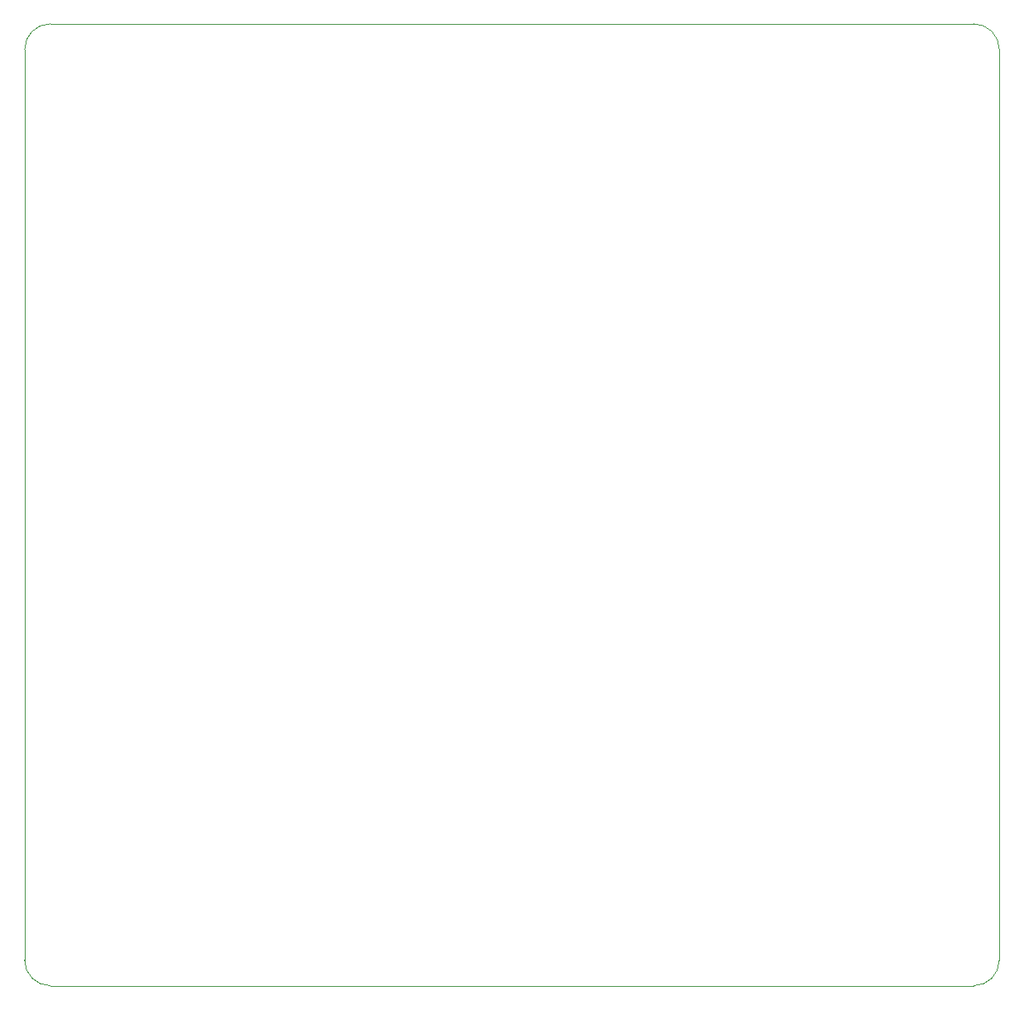
<source format=gbr>
G04 #@! TF.GenerationSoftware,KiCad,Pcbnew,(5.1.2-1)-1*
G04 #@! TF.CreationDate,2020-07-23T10:17:53-07:00*
G04 #@! TF.ProjectId,tiny-touch,74696e79-2d74-46f7-9563-682e6b696361,rev?*
G04 #@! TF.SameCoordinates,Original*
G04 #@! TF.FileFunction,Profile,NP*
%FSLAX46Y46*%
G04 Gerber Fmt 4.6, Leading zero omitted, Abs format (unit mm)*
G04 Created by KiCad (PCBNEW (5.1.2-1)-1) date 2020-07-23 10:17:53*
%MOMM*%
%LPD*%
G04 APERTURE LIST*
%ADD10C,0.050000*%
G04 APERTURE END LIST*
D10*
X112280000Y-43770000D02*
X112280000Y-137060000D01*
X114900000Y-139680000D02*
G75*
G02X112280000Y-137060000I0J2620000D01*
G01*
X209430000Y-139680000D02*
X114900000Y-139680000D01*
X212050000Y-137060000D02*
G75*
G02X209430000Y-139680000I-2620000J0D01*
G01*
X212050000Y-43770000D02*
X212050000Y-137060000D01*
X209430000Y-41150000D02*
G75*
G02X212050000Y-43770000I0J-2620000D01*
G01*
X114900000Y-41150000D02*
X209430000Y-41150000D01*
X112280000Y-43770000D02*
G75*
G02X114900000Y-41150000I2620000J0D01*
G01*
M02*

</source>
